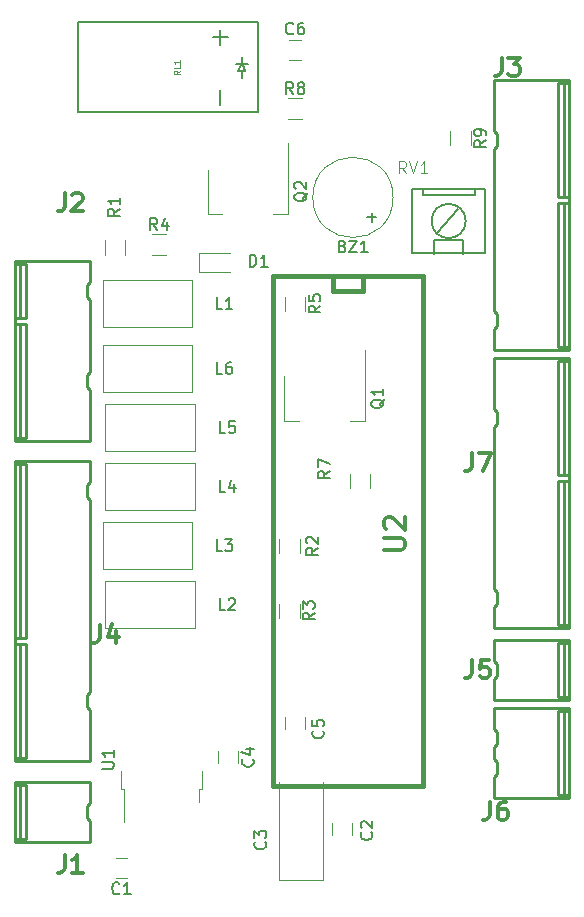
<source format=gto>
G04 #@! TF.FileFunction,Legend,Top*
%FSLAX46Y46*%
G04 Gerber Fmt 4.6, Leading zero omitted, Abs format (unit mm)*
G04 Created by KiCad (PCBNEW 4.0.7) date 12/01/17 09:31:09*
%MOMM*%
%LPD*%
G01*
G04 APERTURE LIST*
%ADD10C,0.100000*%
%ADD11C,0.254000*%
%ADD12C,0.050000*%
%ADD13C,0.150000*%
%ADD14C,0.381000*%
%ADD15C,0.120000*%
%ADD16C,0.304800*%
%ADD17C,0.125000*%
G04 APERTURE END LIST*
D10*
D11*
X162714000Y-122286000D02*
X162714000Y-117714000D01*
X162206000Y-117714000D02*
X162206000Y-122286000D01*
X162714000Y-117714000D02*
X161825000Y-117714000D01*
X162714000Y-122286000D02*
X161825000Y-122286000D01*
X168175000Y-120762000D02*
X168175000Y-122540000D01*
X168175000Y-119238000D02*
X168175000Y-117460000D01*
X167921000Y-119492000D02*
X168175000Y-119238000D01*
X167921000Y-120508000D02*
X168175000Y-120762000D01*
X167921000Y-120508000D02*
X167921000Y-119492000D01*
X161825000Y-117460000D02*
X168175000Y-117460000D01*
X168175000Y-122540000D02*
X161825000Y-122540000D01*
X161825000Y-122540000D02*
X161825000Y-117460000D01*
D12*
X177050000Y-85500000D02*
X177050000Y-89500000D01*
X177050000Y-89500000D02*
X169450000Y-89500000D01*
X169450000Y-89500000D02*
X169450000Y-85500000D01*
X169450000Y-85500000D02*
X177050000Y-85500000D01*
D13*
X181000000Y-57400000D02*
X181000000Y-57900000D01*
X181000000Y-56600000D02*
X181000000Y-56100000D01*
X181100000Y-56800000D02*
X181300000Y-57300000D01*
X181300000Y-57300000D02*
X180700000Y-57300000D01*
X180700000Y-57300000D02*
X180900000Y-56800000D01*
X181500000Y-56700000D02*
X180500000Y-56700000D01*
X179175000Y-58905000D02*
X179175000Y-60175000D01*
X179175000Y-55095000D02*
X179175000Y-53825000D01*
X179810000Y-54460000D02*
X178540000Y-54460000D01*
X169650000Y-60810000D02*
X167110000Y-60810000D01*
X167110000Y-60810000D02*
X167110000Y-53190000D01*
X167110000Y-53190000D02*
X169650000Y-53190000D01*
X182350000Y-53190000D02*
X169650000Y-53190000D01*
X182350000Y-53190000D02*
X182350000Y-60810000D01*
X182350000Y-60810000D02*
X169650000Y-60810000D01*
D14*
X196350000Y-74640000D02*
X196350000Y-117820000D01*
X196350000Y-117820000D02*
X183650000Y-117820000D01*
X183650000Y-117820000D02*
X183650000Y-74640000D01*
X183650000Y-74640000D02*
X196350000Y-74640000D01*
X188730000Y-74640000D02*
X188730000Y-75910000D01*
X188730000Y-75910000D02*
X191270000Y-75910000D01*
X191270000Y-75910000D02*
X191270000Y-74640000D01*
D11*
X202325000Y-63912000D02*
X202325000Y-77628000D01*
X207786000Y-68484000D02*
X207786000Y-80676000D01*
X208294000Y-68484000D02*
X208294000Y-80676000D01*
X208675000Y-58070000D02*
X208675000Y-80930000D01*
X208294000Y-67976000D02*
X208294000Y-58324000D01*
X207786000Y-67976000D02*
X207786000Y-58324000D01*
X207786000Y-58324000D02*
X208675000Y-58324000D01*
X207786000Y-80676000D02*
X208675000Y-80676000D01*
X207786000Y-68484000D02*
X208675000Y-68484000D01*
X207786000Y-67976000D02*
X208675000Y-67976000D01*
X202325000Y-62388000D02*
X202325000Y-58070000D01*
X202579000Y-77882000D02*
X202579000Y-78898000D01*
X202579000Y-77882000D02*
X202325000Y-77628000D01*
X202579000Y-78898000D02*
X202325000Y-79152000D01*
X202325000Y-79152000D02*
X202325000Y-80930000D01*
X202579000Y-63658000D02*
X202325000Y-63912000D01*
X202579000Y-62642000D02*
X202325000Y-62388000D01*
X202579000Y-62642000D02*
X202579000Y-63658000D01*
X208675000Y-80930000D02*
X202325000Y-80930000D01*
X202325000Y-58070000D02*
X208675000Y-58070000D01*
D15*
X193800000Y-68000000D02*
G75*
G03X193800000Y-68000000I-3400000J0D01*
G01*
X170300000Y-125650000D02*
X171300000Y-125650000D01*
X171300000Y-123950000D02*
X170300000Y-123950000D01*
X184150000Y-125800000D02*
X184150000Y-117500000D01*
X187850000Y-125800000D02*
X187850000Y-117500000D01*
X184150000Y-125800000D02*
X187850000Y-125800000D01*
X188650000Y-121000000D02*
X188650000Y-122000000D01*
X190350000Y-122000000D02*
X190350000Y-121000000D01*
X180650000Y-115900000D02*
X180650000Y-114900000D01*
X178950000Y-114900000D02*
X178950000Y-115900000D01*
X184650000Y-112000000D02*
X184650000Y-113000000D01*
X186350000Y-113000000D02*
X186350000Y-112000000D01*
X186000000Y-54650000D02*
X185000000Y-54650000D01*
X185000000Y-56350000D02*
X186000000Y-56350000D01*
X177400000Y-72700000D02*
X177400000Y-74300000D01*
X177400000Y-74300000D02*
X180000000Y-74300000D01*
X177400000Y-72700000D02*
X180000000Y-72700000D01*
D11*
X162714000Y-78206000D02*
X162714000Y-73634000D01*
X162206000Y-78206000D02*
X162206000Y-73634000D01*
X162206000Y-78714000D02*
X162206000Y-88366000D01*
X162714000Y-78714000D02*
X162714000Y-88366000D01*
X162714000Y-88366000D02*
X161825000Y-88366000D01*
X162714000Y-73634000D02*
X161825000Y-73634000D01*
X162714000Y-78206000D02*
X161825000Y-78206000D01*
X162714000Y-78714000D02*
X161825000Y-78714000D01*
X161825000Y-88620000D02*
X161825000Y-73380000D01*
X168175000Y-82778000D02*
X168175000Y-76682000D01*
X168175000Y-84302000D02*
X168175000Y-88620000D01*
X167921000Y-76428000D02*
X167921000Y-75412000D01*
X167921000Y-76428000D02*
X168175000Y-76682000D01*
X167921000Y-75412000D02*
X168175000Y-75158000D01*
X168175000Y-75158000D02*
X168175000Y-73380000D01*
X167921000Y-83032000D02*
X168175000Y-82778000D01*
X167921000Y-84048000D02*
X168175000Y-84302000D01*
X167921000Y-84048000D02*
X167921000Y-83032000D01*
X161825000Y-73380000D02*
X168175000Y-73380000D01*
X168175000Y-88620000D02*
X161825000Y-88620000D01*
X162714000Y-105286000D02*
X162714000Y-90554000D01*
X162206000Y-105286000D02*
X162206000Y-90554000D01*
X161825000Y-115700000D02*
X161825000Y-90300000D01*
X168175000Y-109858000D02*
X168175000Y-93602000D01*
X162206000Y-105794000D02*
X162206000Y-115446000D01*
X162714000Y-105794000D02*
X162714000Y-115446000D01*
X162714000Y-115446000D02*
X161825000Y-115446000D01*
X162714000Y-90554000D02*
X161825000Y-90554000D01*
X162714000Y-105286000D02*
X161825000Y-105286000D01*
X162714000Y-105794000D02*
X161825000Y-105794000D01*
X168175000Y-111382000D02*
X168175000Y-115700000D01*
X167921000Y-93348000D02*
X167921000Y-92332000D01*
X167921000Y-93348000D02*
X168175000Y-93602000D01*
X167921000Y-92332000D02*
X168175000Y-92078000D01*
X168175000Y-92078000D02*
X168175000Y-90300000D01*
X167921000Y-110112000D02*
X168175000Y-109858000D01*
X167921000Y-111128000D02*
X168175000Y-111382000D01*
X167921000Y-111128000D02*
X167921000Y-110112000D01*
X161825000Y-90300000D02*
X168175000Y-90300000D01*
X168175000Y-115700000D02*
X161825000Y-115700000D01*
X207786000Y-105714000D02*
X207786000Y-110286000D01*
X208294000Y-110286000D02*
X208294000Y-105714000D01*
X207786000Y-110286000D02*
X208675000Y-110286000D01*
X207786000Y-105714000D02*
X208675000Y-105714000D01*
X202325000Y-107238000D02*
X202325000Y-105460000D01*
X202325000Y-108762000D02*
X202325000Y-110540000D01*
X202579000Y-108508000D02*
X202325000Y-108762000D01*
X202579000Y-107492000D02*
X202325000Y-107238000D01*
X202579000Y-107492000D02*
X202579000Y-108508000D01*
X208675000Y-110540000D02*
X202325000Y-110540000D01*
X202325000Y-105460000D02*
X208675000Y-105460000D01*
X208675000Y-105460000D02*
X208675000Y-110540000D01*
X207786000Y-111444000D02*
X207786000Y-118556000D01*
X208294000Y-118556000D02*
X208294000Y-111444000D01*
X207786000Y-118556000D02*
X208675000Y-118556000D01*
X207786000Y-111444000D02*
X208675000Y-111444000D01*
X202325000Y-114492000D02*
X202325000Y-115508000D01*
X202579000Y-115762000D02*
X202579000Y-116778000D01*
X202579000Y-115762000D02*
X202325000Y-115508000D01*
X202579000Y-116778000D02*
X202325000Y-117032000D01*
X202325000Y-117032000D02*
X202325000Y-118810000D01*
X208675000Y-111190000D02*
X208675000Y-118810000D01*
X202325000Y-112968000D02*
X202325000Y-111190000D01*
X202579000Y-114238000D02*
X202325000Y-114492000D01*
X202579000Y-113222000D02*
X202325000Y-112968000D01*
X202579000Y-113222000D02*
X202579000Y-114238000D01*
X208675000Y-118810000D02*
X202325000Y-118810000D01*
X202325000Y-111190000D02*
X208675000Y-111190000D01*
X202325000Y-87412000D02*
X202325000Y-101128000D01*
X207786000Y-91984000D02*
X207786000Y-104176000D01*
X208294000Y-91984000D02*
X208294000Y-104176000D01*
X208675000Y-81570000D02*
X208675000Y-104430000D01*
X208294000Y-91476000D02*
X208294000Y-81824000D01*
X207786000Y-91476000D02*
X207786000Y-81824000D01*
X207786000Y-81824000D02*
X208675000Y-81824000D01*
X207786000Y-104176000D02*
X208675000Y-104176000D01*
X207786000Y-91984000D02*
X208675000Y-91984000D01*
X207786000Y-91476000D02*
X208675000Y-91476000D01*
X202325000Y-85888000D02*
X202325000Y-81570000D01*
X202579000Y-101382000D02*
X202579000Y-102398000D01*
X202579000Y-101382000D02*
X202325000Y-101128000D01*
X202579000Y-102398000D02*
X202325000Y-102652000D01*
X202325000Y-102652000D02*
X202325000Y-104430000D01*
X202579000Y-87158000D02*
X202325000Y-87412000D01*
X202579000Y-86142000D02*
X202325000Y-85888000D01*
X202579000Y-86142000D02*
X202579000Y-87158000D01*
X208675000Y-104430000D02*
X202325000Y-104430000D01*
X202325000Y-81570000D02*
X208675000Y-81570000D01*
D15*
X178090000Y-69410000D02*
X179350000Y-69410000D01*
X184910000Y-69410000D02*
X183650000Y-69410000D01*
X178090000Y-65650000D02*
X178090000Y-69410000D01*
X184910000Y-63400000D02*
X184910000Y-69410000D01*
X171130000Y-71650000D02*
X171130000Y-72850000D01*
X169370000Y-72850000D02*
X169370000Y-71650000D01*
X185880000Y-96900000D02*
X185880000Y-98100000D01*
X184120000Y-98100000D02*
X184120000Y-96900000D01*
X184120000Y-103600000D02*
X184120000Y-102400000D01*
X185880000Y-102400000D02*
X185880000Y-103600000D01*
X174600000Y-72880000D02*
X173400000Y-72880000D01*
X173400000Y-71120000D02*
X174600000Y-71120000D01*
X184620000Y-77600000D02*
X184620000Y-76400000D01*
X186380000Y-76400000D02*
X186380000Y-77600000D01*
X190120000Y-92600000D02*
X190120000Y-91400000D01*
X191880000Y-91400000D02*
X191880000Y-92600000D01*
X186100000Y-61380000D02*
X184900000Y-61380000D01*
X184900000Y-59620000D02*
X186100000Y-59620000D01*
X198620000Y-63600000D02*
X198620000Y-62400000D01*
X200380000Y-62400000D02*
X200380000Y-63600000D01*
D13*
X197300000Y-72800000D02*
X197300000Y-71600000D01*
X197300000Y-71600000D02*
X199700000Y-71600000D01*
X199700000Y-71600000D02*
X199700000Y-72800000D01*
X196300000Y-67400000D02*
X196300000Y-67800000D01*
X196300000Y-67800000D02*
X200700000Y-67800000D01*
X200700000Y-67800000D02*
X200700000Y-67400000D01*
X197500000Y-71000000D02*
X199300000Y-69000000D01*
X199942221Y-70000000D02*
G75*
G03X199942221Y-70000000I-1442221J0D01*
G01*
X195400000Y-67250000D02*
X201600000Y-67250000D01*
X201600000Y-67250000D02*
X201600000Y-72750000D01*
X201600000Y-72750000D02*
X195400000Y-72750000D01*
X195400000Y-72750000D02*
X195400000Y-67250000D01*
D15*
X184590000Y-86910000D02*
X185850000Y-86910000D01*
X191410000Y-86910000D02*
X190150000Y-86910000D01*
X184590000Y-83150000D02*
X184590000Y-86910000D01*
X191410000Y-80900000D02*
X191410000Y-86910000D01*
D12*
X176800000Y-75000000D02*
X176800000Y-79000000D01*
X176800000Y-79000000D02*
X169200000Y-79000000D01*
X169200000Y-79000000D02*
X169200000Y-75000000D01*
X169200000Y-75000000D02*
X176800000Y-75000000D01*
X177050000Y-100500000D02*
X177050000Y-104500000D01*
X177050000Y-104500000D02*
X169450000Y-104500000D01*
X169450000Y-104500000D02*
X169450000Y-100500000D01*
X169450000Y-100500000D02*
X177050000Y-100500000D01*
X176800000Y-95500000D02*
X176800000Y-99500000D01*
X176800000Y-99500000D02*
X169200000Y-99500000D01*
X169200000Y-99500000D02*
X169200000Y-95500000D01*
X169200000Y-95500000D02*
X176800000Y-95500000D01*
X177050000Y-90500000D02*
X177050000Y-94500000D01*
X177050000Y-94500000D02*
X169450000Y-94500000D01*
X169450000Y-94500000D02*
X169450000Y-90500000D01*
X169450000Y-90500000D02*
X177050000Y-90500000D01*
X176800000Y-80500000D02*
X176800000Y-84500000D01*
X176800000Y-84500000D02*
X169200000Y-84500000D01*
X169200000Y-84500000D02*
X169200000Y-80500000D01*
X169200000Y-80500000D02*
X176800000Y-80500000D01*
D15*
X170750000Y-116570000D02*
X170750000Y-118070000D01*
X170750000Y-118070000D02*
X171020000Y-118070000D01*
X171020000Y-118070000D02*
X171020000Y-120900000D01*
X177650000Y-116570000D02*
X177650000Y-118070000D01*
X177650000Y-118070000D02*
X177380000Y-118070000D01*
X177380000Y-118070000D02*
X177380000Y-119170000D01*
D16*
X165992000Y-123665429D02*
X165992000Y-124754000D01*
X165919428Y-124971714D01*
X165774285Y-125116857D01*
X165556571Y-125189429D01*
X165411428Y-125189429D01*
X167516000Y-125189429D02*
X166645143Y-125189429D01*
X167080571Y-125189429D02*
X167080571Y-123665429D01*
X166935428Y-123883143D01*
X166790286Y-124028286D01*
X166645143Y-124100857D01*
D13*
X179583334Y-87952381D02*
X179107143Y-87952381D01*
X179107143Y-86952381D01*
X180392858Y-86952381D02*
X179916667Y-86952381D01*
X179869048Y-87428571D01*
X179916667Y-87380952D01*
X180011905Y-87333333D01*
X180250001Y-87333333D01*
X180345239Y-87380952D01*
X180392858Y-87428571D01*
X180440477Y-87523810D01*
X180440477Y-87761905D01*
X180392858Y-87857143D01*
X180345239Y-87904762D01*
X180250001Y-87952381D01*
X180011905Y-87952381D01*
X179916667Y-87904762D01*
X179869048Y-87857143D01*
D17*
X175726190Y-57285714D02*
X175488095Y-57452381D01*
X175726190Y-57571428D02*
X175226190Y-57571428D01*
X175226190Y-57380952D01*
X175250000Y-57333333D01*
X175273810Y-57309524D01*
X175321429Y-57285714D01*
X175392857Y-57285714D01*
X175440476Y-57309524D01*
X175464286Y-57333333D01*
X175488095Y-57380952D01*
X175488095Y-57571428D01*
X175726190Y-56833333D02*
X175726190Y-57071428D01*
X175226190Y-57071428D01*
X175726190Y-56404762D02*
X175726190Y-56690476D01*
X175726190Y-56547619D02*
X175226190Y-56547619D01*
X175297619Y-56595238D01*
X175345238Y-56642857D01*
X175369048Y-56690476D01*
D16*
X193026333Y-97854667D02*
X194465667Y-97854667D01*
X194635000Y-97770000D01*
X194719667Y-97685333D01*
X194804333Y-97516000D01*
X194804333Y-97177333D01*
X194719667Y-97008000D01*
X194635000Y-96923333D01*
X194465667Y-96838667D01*
X193026333Y-96838667D01*
X193195667Y-96076666D02*
X193111000Y-95992000D01*
X193026333Y-95822666D01*
X193026333Y-95399333D01*
X193111000Y-95230000D01*
X193195667Y-95145333D01*
X193365000Y-95060666D01*
X193534333Y-95060666D01*
X193788333Y-95145333D01*
X194804333Y-96161333D01*
X194804333Y-95060666D01*
X202992000Y-56165429D02*
X202992000Y-57254000D01*
X202919428Y-57471714D01*
X202774285Y-57616857D01*
X202556571Y-57689429D01*
X202411428Y-57689429D01*
X203572571Y-56165429D02*
X204516000Y-56165429D01*
X204008000Y-56746000D01*
X204225714Y-56746000D01*
X204370857Y-56818571D01*
X204443428Y-56891143D01*
X204516000Y-57036286D01*
X204516000Y-57399143D01*
X204443428Y-57544286D01*
X204370857Y-57616857D01*
X204225714Y-57689429D01*
X203790286Y-57689429D01*
X203645143Y-57616857D01*
X203572571Y-57544286D01*
D13*
X189519048Y-72128571D02*
X189661905Y-72176190D01*
X189709524Y-72223810D01*
X189757143Y-72319048D01*
X189757143Y-72461905D01*
X189709524Y-72557143D01*
X189661905Y-72604762D01*
X189566667Y-72652381D01*
X189185714Y-72652381D01*
X189185714Y-71652381D01*
X189519048Y-71652381D01*
X189614286Y-71700000D01*
X189661905Y-71747619D01*
X189709524Y-71842857D01*
X189709524Y-71938095D01*
X189661905Y-72033333D01*
X189614286Y-72080952D01*
X189519048Y-72128571D01*
X189185714Y-72128571D01*
X190090476Y-71652381D02*
X190757143Y-71652381D01*
X190090476Y-72652381D01*
X190757143Y-72652381D01*
X191661905Y-72652381D02*
X191090476Y-72652381D01*
X191376190Y-72652381D02*
X191376190Y-71652381D01*
X191280952Y-71795238D01*
X191185714Y-71890476D01*
X191090476Y-71938095D01*
X191619048Y-69671429D02*
X192380953Y-69671429D01*
X192000001Y-70052381D02*
X192000001Y-69290476D01*
X170633334Y-126907143D02*
X170585715Y-126954762D01*
X170442858Y-127002381D01*
X170347620Y-127002381D01*
X170204762Y-126954762D01*
X170109524Y-126859524D01*
X170061905Y-126764286D01*
X170014286Y-126573810D01*
X170014286Y-126430952D01*
X170061905Y-126240476D01*
X170109524Y-126145238D01*
X170204762Y-126050000D01*
X170347620Y-126002381D01*
X170442858Y-126002381D01*
X170585715Y-126050000D01*
X170633334Y-126097619D01*
X171585715Y-127002381D02*
X171014286Y-127002381D01*
X171300000Y-127002381D02*
X171300000Y-126002381D01*
X171204762Y-126145238D01*
X171109524Y-126240476D01*
X171014286Y-126288095D01*
X191957143Y-121766666D02*
X192004762Y-121814285D01*
X192052381Y-121957142D01*
X192052381Y-122052380D01*
X192004762Y-122195238D01*
X191909524Y-122290476D01*
X191814286Y-122338095D01*
X191623810Y-122385714D01*
X191480952Y-122385714D01*
X191290476Y-122338095D01*
X191195238Y-122290476D01*
X191100000Y-122195238D01*
X191052381Y-122052380D01*
X191052381Y-121957142D01*
X191100000Y-121814285D01*
X191147619Y-121766666D01*
X191147619Y-121385714D02*
X191100000Y-121338095D01*
X191052381Y-121242857D01*
X191052381Y-121004761D01*
X191100000Y-120909523D01*
X191147619Y-120861904D01*
X191242857Y-120814285D01*
X191338095Y-120814285D01*
X191480952Y-120861904D01*
X192052381Y-121433333D01*
X192052381Y-120814285D01*
X182957143Y-122566666D02*
X183004762Y-122614285D01*
X183052381Y-122757142D01*
X183052381Y-122852380D01*
X183004762Y-122995238D01*
X182909524Y-123090476D01*
X182814286Y-123138095D01*
X182623810Y-123185714D01*
X182480952Y-123185714D01*
X182290476Y-123138095D01*
X182195238Y-123090476D01*
X182100000Y-122995238D01*
X182052381Y-122852380D01*
X182052381Y-122757142D01*
X182100000Y-122614285D01*
X182147619Y-122566666D01*
X182052381Y-122233333D02*
X182052381Y-121614285D01*
X182433333Y-121947619D01*
X182433333Y-121804761D01*
X182480952Y-121709523D01*
X182528571Y-121661904D01*
X182623810Y-121614285D01*
X182861905Y-121614285D01*
X182957143Y-121661904D01*
X183004762Y-121709523D01*
X183052381Y-121804761D01*
X183052381Y-122090476D01*
X183004762Y-122185714D01*
X182957143Y-122233333D01*
X181907143Y-115566666D02*
X181954762Y-115614285D01*
X182002381Y-115757142D01*
X182002381Y-115852380D01*
X181954762Y-115995238D01*
X181859524Y-116090476D01*
X181764286Y-116138095D01*
X181573810Y-116185714D01*
X181430952Y-116185714D01*
X181240476Y-116138095D01*
X181145238Y-116090476D01*
X181050000Y-115995238D01*
X181002381Y-115852380D01*
X181002381Y-115757142D01*
X181050000Y-115614285D01*
X181097619Y-115566666D01*
X181335714Y-114709523D02*
X182002381Y-114709523D01*
X180954762Y-114947619D02*
X181669048Y-115185714D01*
X181669048Y-114566666D01*
X187857143Y-113166666D02*
X187904762Y-113214285D01*
X187952381Y-113357142D01*
X187952381Y-113452380D01*
X187904762Y-113595238D01*
X187809524Y-113690476D01*
X187714286Y-113738095D01*
X187523810Y-113785714D01*
X187380952Y-113785714D01*
X187190476Y-113738095D01*
X187095238Y-113690476D01*
X187000000Y-113595238D01*
X186952381Y-113452380D01*
X186952381Y-113357142D01*
X187000000Y-113214285D01*
X187047619Y-113166666D01*
X186952381Y-112261904D02*
X186952381Y-112738095D01*
X187428571Y-112785714D01*
X187380952Y-112738095D01*
X187333333Y-112642857D01*
X187333333Y-112404761D01*
X187380952Y-112309523D01*
X187428571Y-112261904D01*
X187523810Y-112214285D01*
X187761905Y-112214285D01*
X187857143Y-112261904D01*
X187904762Y-112309523D01*
X187952381Y-112404761D01*
X187952381Y-112642857D01*
X187904762Y-112738095D01*
X187857143Y-112785714D01*
X185333334Y-54107143D02*
X185285715Y-54154762D01*
X185142858Y-54202381D01*
X185047620Y-54202381D01*
X184904762Y-54154762D01*
X184809524Y-54059524D01*
X184761905Y-53964286D01*
X184714286Y-53773810D01*
X184714286Y-53630952D01*
X184761905Y-53440476D01*
X184809524Y-53345238D01*
X184904762Y-53250000D01*
X185047620Y-53202381D01*
X185142858Y-53202381D01*
X185285715Y-53250000D01*
X185333334Y-53297619D01*
X186190477Y-53202381D02*
X186000000Y-53202381D01*
X185904762Y-53250000D01*
X185857143Y-53297619D01*
X185761905Y-53440476D01*
X185714286Y-53630952D01*
X185714286Y-54011905D01*
X185761905Y-54107143D01*
X185809524Y-54154762D01*
X185904762Y-54202381D01*
X186095239Y-54202381D01*
X186190477Y-54154762D01*
X186238096Y-54107143D01*
X186285715Y-54011905D01*
X186285715Y-53773810D01*
X186238096Y-53678571D01*
X186190477Y-53630952D01*
X186095239Y-53583333D01*
X185904762Y-53583333D01*
X185809524Y-53630952D01*
X185761905Y-53678571D01*
X185714286Y-53773810D01*
X181661905Y-73852381D02*
X181661905Y-72852381D01*
X181900000Y-72852381D01*
X182042858Y-72900000D01*
X182138096Y-72995238D01*
X182185715Y-73090476D01*
X182233334Y-73280952D01*
X182233334Y-73423810D01*
X182185715Y-73614286D01*
X182138096Y-73709524D01*
X182042858Y-73804762D01*
X181900000Y-73852381D01*
X181661905Y-73852381D01*
X183185715Y-73852381D02*
X182614286Y-73852381D01*
X182900000Y-73852381D02*
X182900000Y-72852381D01*
X182804762Y-72995238D01*
X182709524Y-73090476D01*
X182614286Y-73138095D01*
D16*
X165992000Y-67665429D02*
X165992000Y-68754000D01*
X165919428Y-68971714D01*
X165774285Y-69116857D01*
X165556571Y-69189429D01*
X165411428Y-69189429D01*
X166645143Y-67810571D02*
X166717714Y-67738000D01*
X166862857Y-67665429D01*
X167225714Y-67665429D01*
X167370857Y-67738000D01*
X167443428Y-67810571D01*
X167516000Y-67955714D01*
X167516000Y-68100857D01*
X167443428Y-68318571D01*
X166572571Y-69189429D01*
X167516000Y-69189429D01*
X168992000Y-104165429D02*
X168992000Y-105254000D01*
X168919428Y-105471714D01*
X168774285Y-105616857D01*
X168556571Y-105689429D01*
X168411428Y-105689429D01*
X170370857Y-104673429D02*
X170370857Y-105689429D01*
X170008000Y-104092857D02*
X169645143Y-105181429D01*
X170588571Y-105181429D01*
X200492000Y-107165429D02*
X200492000Y-108254000D01*
X200419428Y-108471714D01*
X200274285Y-108616857D01*
X200056571Y-108689429D01*
X199911428Y-108689429D01*
X201943428Y-107165429D02*
X201217714Y-107165429D01*
X201145143Y-107891143D01*
X201217714Y-107818571D01*
X201362857Y-107746000D01*
X201725714Y-107746000D01*
X201870857Y-107818571D01*
X201943428Y-107891143D01*
X202016000Y-108036286D01*
X202016000Y-108399143D01*
X201943428Y-108544286D01*
X201870857Y-108616857D01*
X201725714Y-108689429D01*
X201362857Y-108689429D01*
X201217714Y-108616857D01*
X201145143Y-108544286D01*
X201992000Y-119165429D02*
X201992000Y-120254000D01*
X201919428Y-120471714D01*
X201774285Y-120616857D01*
X201556571Y-120689429D01*
X201411428Y-120689429D01*
X203370857Y-119165429D02*
X203080571Y-119165429D01*
X202935428Y-119238000D01*
X202862857Y-119310571D01*
X202717714Y-119528286D01*
X202645143Y-119818571D01*
X202645143Y-120399143D01*
X202717714Y-120544286D01*
X202790286Y-120616857D01*
X202935428Y-120689429D01*
X203225714Y-120689429D01*
X203370857Y-120616857D01*
X203443428Y-120544286D01*
X203516000Y-120399143D01*
X203516000Y-120036286D01*
X203443428Y-119891143D01*
X203370857Y-119818571D01*
X203225714Y-119746000D01*
X202935428Y-119746000D01*
X202790286Y-119818571D01*
X202717714Y-119891143D01*
X202645143Y-120036286D01*
X200492000Y-89665429D02*
X200492000Y-90754000D01*
X200419428Y-90971714D01*
X200274285Y-91116857D01*
X200056571Y-91189429D01*
X199911428Y-91189429D01*
X201072571Y-89665429D02*
X202088571Y-89665429D01*
X201435428Y-91189429D01*
D13*
X186547619Y-67595238D02*
X186500000Y-67690476D01*
X186404762Y-67785714D01*
X186261905Y-67928571D01*
X186214286Y-68023810D01*
X186214286Y-68119048D01*
X186452381Y-68071429D02*
X186404762Y-68166667D01*
X186309524Y-68261905D01*
X186119048Y-68309524D01*
X185785714Y-68309524D01*
X185595238Y-68261905D01*
X185500000Y-68166667D01*
X185452381Y-68071429D01*
X185452381Y-67880952D01*
X185500000Y-67785714D01*
X185595238Y-67690476D01*
X185785714Y-67642857D01*
X186119048Y-67642857D01*
X186309524Y-67690476D01*
X186404762Y-67785714D01*
X186452381Y-67880952D01*
X186452381Y-68071429D01*
X185547619Y-67261905D02*
X185500000Y-67214286D01*
X185452381Y-67119048D01*
X185452381Y-66880952D01*
X185500000Y-66785714D01*
X185547619Y-66738095D01*
X185642857Y-66690476D01*
X185738095Y-66690476D01*
X185880952Y-66738095D01*
X186452381Y-67309524D01*
X186452381Y-66690476D01*
X170652381Y-68966666D02*
X170176190Y-69300000D01*
X170652381Y-69538095D02*
X169652381Y-69538095D01*
X169652381Y-69157142D01*
X169700000Y-69061904D01*
X169747619Y-69014285D01*
X169842857Y-68966666D01*
X169985714Y-68966666D01*
X170080952Y-69014285D01*
X170128571Y-69061904D01*
X170176190Y-69157142D01*
X170176190Y-69538095D01*
X170652381Y-68014285D02*
X170652381Y-68585714D01*
X170652381Y-68300000D02*
X169652381Y-68300000D01*
X169795238Y-68395238D01*
X169890476Y-68490476D01*
X169938095Y-68585714D01*
X187452381Y-97666666D02*
X186976190Y-98000000D01*
X187452381Y-98238095D02*
X186452381Y-98238095D01*
X186452381Y-97857142D01*
X186500000Y-97761904D01*
X186547619Y-97714285D01*
X186642857Y-97666666D01*
X186785714Y-97666666D01*
X186880952Y-97714285D01*
X186928571Y-97761904D01*
X186976190Y-97857142D01*
X186976190Y-98238095D01*
X186547619Y-97285714D02*
X186500000Y-97238095D01*
X186452381Y-97142857D01*
X186452381Y-96904761D01*
X186500000Y-96809523D01*
X186547619Y-96761904D01*
X186642857Y-96714285D01*
X186738095Y-96714285D01*
X186880952Y-96761904D01*
X187452381Y-97333333D01*
X187452381Y-96714285D01*
X187152381Y-103166666D02*
X186676190Y-103500000D01*
X187152381Y-103738095D02*
X186152381Y-103738095D01*
X186152381Y-103357142D01*
X186200000Y-103261904D01*
X186247619Y-103214285D01*
X186342857Y-103166666D01*
X186485714Y-103166666D01*
X186580952Y-103214285D01*
X186628571Y-103261904D01*
X186676190Y-103357142D01*
X186676190Y-103738095D01*
X186152381Y-102833333D02*
X186152381Y-102214285D01*
X186533333Y-102547619D01*
X186533333Y-102404761D01*
X186580952Y-102309523D01*
X186628571Y-102261904D01*
X186723810Y-102214285D01*
X186961905Y-102214285D01*
X187057143Y-102261904D01*
X187104762Y-102309523D01*
X187152381Y-102404761D01*
X187152381Y-102690476D01*
X187104762Y-102785714D01*
X187057143Y-102833333D01*
X173833334Y-70752381D02*
X173500000Y-70276190D01*
X173261905Y-70752381D02*
X173261905Y-69752381D01*
X173642858Y-69752381D01*
X173738096Y-69800000D01*
X173785715Y-69847619D01*
X173833334Y-69942857D01*
X173833334Y-70085714D01*
X173785715Y-70180952D01*
X173738096Y-70228571D01*
X173642858Y-70276190D01*
X173261905Y-70276190D01*
X174690477Y-70085714D02*
X174690477Y-70752381D01*
X174452381Y-69704762D02*
X174214286Y-70419048D01*
X174833334Y-70419048D01*
X187652381Y-77166666D02*
X187176190Y-77500000D01*
X187652381Y-77738095D02*
X186652381Y-77738095D01*
X186652381Y-77357142D01*
X186700000Y-77261904D01*
X186747619Y-77214285D01*
X186842857Y-77166666D01*
X186985714Y-77166666D01*
X187080952Y-77214285D01*
X187128571Y-77261904D01*
X187176190Y-77357142D01*
X187176190Y-77738095D01*
X186652381Y-76261904D02*
X186652381Y-76738095D01*
X187128571Y-76785714D01*
X187080952Y-76738095D01*
X187033333Y-76642857D01*
X187033333Y-76404761D01*
X187080952Y-76309523D01*
X187128571Y-76261904D01*
X187223810Y-76214285D01*
X187461905Y-76214285D01*
X187557143Y-76261904D01*
X187604762Y-76309523D01*
X187652381Y-76404761D01*
X187652381Y-76642857D01*
X187604762Y-76738095D01*
X187557143Y-76785714D01*
X188452381Y-91166666D02*
X187976190Y-91500000D01*
X188452381Y-91738095D02*
X187452381Y-91738095D01*
X187452381Y-91357142D01*
X187500000Y-91261904D01*
X187547619Y-91214285D01*
X187642857Y-91166666D01*
X187785714Y-91166666D01*
X187880952Y-91214285D01*
X187928571Y-91261904D01*
X187976190Y-91357142D01*
X187976190Y-91738095D01*
X187452381Y-90833333D02*
X187452381Y-90166666D01*
X188452381Y-90595238D01*
X185333334Y-59252381D02*
X185000000Y-58776190D01*
X184761905Y-59252381D02*
X184761905Y-58252381D01*
X185142858Y-58252381D01*
X185238096Y-58300000D01*
X185285715Y-58347619D01*
X185333334Y-58442857D01*
X185333334Y-58585714D01*
X185285715Y-58680952D01*
X185238096Y-58728571D01*
X185142858Y-58776190D01*
X184761905Y-58776190D01*
X185904762Y-58680952D02*
X185809524Y-58633333D01*
X185761905Y-58585714D01*
X185714286Y-58490476D01*
X185714286Y-58442857D01*
X185761905Y-58347619D01*
X185809524Y-58300000D01*
X185904762Y-58252381D01*
X186095239Y-58252381D01*
X186190477Y-58300000D01*
X186238096Y-58347619D01*
X186285715Y-58442857D01*
X186285715Y-58490476D01*
X186238096Y-58585714D01*
X186190477Y-58633333D01*
X186095239Y-58680952D01*
X185904762Y-58680952D01*
X185809524Y-58728571D01*
X185761905Y-58776190D01*
X185714286Y-58871429D01*
X185714286Y-59061905D01*
X185761905Y-59157143D01*
X185809524Y-59204762D01*
X185904762Y-59252381D01*
X186095239Y-59252381D01*
X186190477Y-59204762D01*
X186238096Y-59157143D01*
X186285715Y-59061905D01*
X186285715Y-58871429D01*
X186238096Y-58776190D01*
X186190477Y-58728571D01*
X186095239Y-58680952D01*
X201652381Y-63166666D02*
X201176190Y-63500000D01*
X201652381Y-63738095D02*
X200652381Y-63738095D01*
X200652381Y-63357142D01*
X200700000Y-63261904D01*
X200747619Y-63214285D01*
X200842857Y-63166666D01*
X200985714Y-63166666D01*
X201080952Y-63214285D01*
X201128571Y-63261904D01*
X201176190Y-63357142D01*
X201176190Y-63738095D01*
X201652381Y-62690476D02*
X201652381Y-62500000D01*
X201604762Y-62404761D01*
X201557143Y-62357142D01*
X201414286Y-62261904D01*
X201223810Y-62214285D01*
X200842857Y-62214285D01*
X200747619Y-62261904D01*
X200700000Y-62309523D01*
X200652381Y-62404761D01*
X200652381Y-62595238D01*
X200700000Y-62690476D01*
X200747619Y-62738095D01*
X200842857Y-62785714D01*
X201080952Y-62785714D01*
X201176190Y-62738095D01*
X201223810Y-62690476D01*
X201271429Y-62595238D01*
X201271429Y-62404761D01*
X201223810Y-62309523D01*
X201176190Y-62261904D01*
X201080952Y-62214285D01*
D17*
X194904762Y-65952381D02*
X194571428Y-65476190D01*
X194333333Y-65952381D02*
X194333333Y-64952381D01*
X194714286Y-64952381D01*
X194809524Y-65000000D01*
X194857143Y-65047619D01*
X194904762Y-65142857D01*
X194904762Y-65285714D01*
X194857143Y-65380952D01*
X194809524Y-65428571D01*
X194714286Y-65476190D01*
X194333333Y-65476190D01*
X195190476Y-64952381D02*
X195523809Y-65952381D01*
X195857143Y-64952381D01*
X196714286Y-65952381D02*
X196142857Y-65952381D01*
X196428571Y-65952381D02*
X196428571Y-64952381D01*
X196333333Y-65095238D01*
X196238095Y-65190476D01*
X196142857Y-65238095D01*
D13*
X193047619Y-85095238D02*
X193000000Y-85190476D01*
X192904762Y-85285714D01*
X192761905Y-85428571D01*
X192714286Y-85523810D01*
X192714286Y-85619048D01*
X192952381Y-85571429D02*
X192904762Y-85666667D01*
X192809524Y-85761905D01*
X192619048Y-85809524D01*
X192285714Y-85809524D01*
X192095238Y-85761905D01*
X192000000Y-85666667D01*
X191952381Y-85571429D01*
X191952381Y-85380952D01*
X192000000Y-85285714D01*
X192095238Y-85190476D01*
X192285714Y-85142857D01*
X192619048Y-85142857D01*
X192809524Y-85190476D01*
X192904762Y-85285714D01*
X192952381Y-85380952D01*
X192952381Y-85571429D01*
X192952381Y-84190476D02*
X192952381Y-84761905D01*
X192952381Y-84476191D02*
X191952381Y-84476191D01*
X192095238Y-84571429D01*
X192190476Y-84666667D01*
X192238095Y-84761905D01*
X179333334Y-77452381D02*
X178857143Y-77452381D01*
X178857143Y-76452381D01*
X180190477Y-77452381D02*
X179619048Y-77452381D01*
X179904762Y-77452381D02*
X179904762Y-76452381D01*
X179809524Y-76595238D01*
X179714286Y-76690476D01*
X179619048Y-76738095D01*
X179583334Y-102952381D02*
X179107143Y-102952381D01*
X179107143Y-101952381D01*
X179869048Y-102047619D02*
X179916667Y-102000000D01*
X180011905Y-101952381D01*
X180250001Y-101952381D01*
X180345239Y-102000000D01*
X180392858Y-102047619D01*
X180440477Y-102142857D01*
X180440477Y-102238095D01*
X180392858Y-102380952D01*
X179821429Y-102952381D01*
X180440477Y-102952381D01*
X179333334Y-97952381D02*
X178857143Y-97952381D01*
X178857143Y-96952381D01*
X179571429Y-96952381D02*
X180190477Y-96952381D01*
X179857143Y-97333333D01*
X180000001Y-97333333D01*
X180095239Y-97380952D01*
X180142858Y-97428571D01*
X180190477Y-97523810D01*
X180190477Y-97761905D01*
X180142858Y-97857143D01*
X180095239Y-97904762D01*
X180000001Y-97952381D01*
X179714286Y-97952381D01*
X179619048Y-97904762D01*
X179571429Y-97857143D01*
X179583334Y-92952381D02*
X179107143Y-92952381D01*
X179107143Y-91952381D01*
X180345239Y-92285714D02*
X180345239Y-92952381D01*
X180107143Y-91904762D02*
X179869048Y-92619048D01*
X180488096Y-92619048D01*
X179333334Y-82952381D02*
X178857143Y-82952381D01*
X178857143Y-81952381D01*
X180095239Y-81952381D02*
X179904762Y-81952381D01*
X179809524Y-82000000D01*
X179761905Y-82047619D01*
X179666667Y-82190476D01*
X179619048Y-82380952D01*
X179619048Y-82761905D01*
X179666667Y-82857143D01*
X179714286Y-82904762D01*
X179809524Y-82952381D01*
X180000001Y-82952381D01*
X180095239Y-82904762D01*
X180142858Y-82857143D01*
X180190477Y-82761905D01*
X180190477Y-82523810D01*
X180142858Y-82428571D01*
X180095239Y-82380952D01*
X180000001Y-82333333D01*
X179809524Y-82333333D01*
X179714286Y-82380952D01*
X179666667Y-82428571D01*
X179619048Y-82523810D01*
X169152381Y-116361905D02*
X169961905Y-116361905D01*
X170057143Y-116314286D01*
X170104762Y-116266667D01*
X170152381Y-116171429D01*
X170152381Y-115980952D01*
X170104762Y-115885714D01*
X170057143Y-115838095D01*
X169961905Y-115790476D01*
X169152381Y-115790476D01*
X170152381Y-114790476D02*
X170152381Y-115361905D01*
X170152381Y-115076191D02*
X169152381Y-115076191D01*
X169295238Y-115171429D01*
X169390476Y-115266667D01*
X169438095Y-115361905D01*
M02*

</source>
